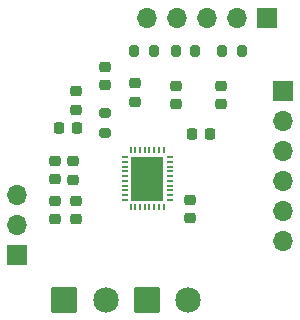
<source format=gbr>
%TF.GenerationSoftware,KiCad,Pcbnew,8.0.6-8.0.6-0~ubuntu24.04.1*%
%TF.CreationDate,2024-12-07T14:27:23-08:00*%
%TF.ProjectId,reaction_wheel,72656163-7469-46f6-9e5f-776865656c2e,v1a*%
%TF.SameCoordinates,Original*%
%TF.FileFunction,Soldermask,Top*%
%TF.FilePolarity,Negative*%
%FSLAX46Y46*%
G04 Gerber Fmt 4.6, Leading zero omitted, Abs format (unit mm)*
G04 Created by KiCad (PCBNEW 8.0.6-8.0.6-0~ubuntu24.04.1) date 2024-12-07 14:27:23*
%MOMM*%
%LPD*%
G01*
G04 APERTURE LIST*
G04 Aperture macros list*
%AMRoundRect*
0 Rectangle with rounded corners*
0 $1 Rounding radius*
0 $2 $3 $4 $5 $6 $7 $8 $9 X,Y pos of 4 corners*
0 Add a 4 corners polygon primitive as box body*
4,1,4,$2,$3,$4,$5,$6,$7,$8,$9,$2,$3,0*
0 Add four circle primitives for the rounded corners*
1,1,$1+$1,$2,$3*
1,1,$1+$1,$4,$5*
1,1,$1+$1,$6,$7*
1,1,$1+$1,$8,$9*
0 Add four rect primitives between the rounded corners*
20,1,$1+$1,$2,$3,$4,$5,0*
20,1,$1+$1,$4,$5,$6,$7,0*
20,1,$1+$1,$6,$7,$8,$9,0*
20,1,$1+$1,$8,$9,$2,$3,0*%
G04 Aperture macros list end*
%ADD10RoundRect,0.225000X-0.250000X0.225000X-0.250000X-0.225000X0.250000X-0.225000X0.250000X0.225000X0*%
%ADD11R,1.700000X1.700000*%
%ADD12O,1.700000X1.700000*%
%ADD13O,0.600000X0.200000*%
%ADD14O,0.200000X0.600000*%
%ADD15C,0.337500*%
%ADD16R,2.700000X3.700000*%
%ADD17RoundRect,0.225000X0.225000X0.250000X-0.225000X0.250000X-0.225000X-0.250000X0.225000X-0.250000X0*%
%ADD18RoundRect,0.200000X0.200000X0.275000X-0.200000X0.275000X-0.200000X-0.275000X0.200000X-0.275000X0*%
%ADD19RoundRect,0.063500X-1.016000X-1.016000X1.016000X-1.016000X1.016000X1.016000X-1.016000X1.016000X0*%
%ADD20C,2.159000*%
%ADD21RoundRect,0.225000X0.250000X-0.225000X0.250000X0.225000X-0.250000X0.225000X-0.250000X-0.225000X0*%
%ADD22RoundRect,0.200000X-0.275000X0.200000X-0.275000X-0.200000X0.275000X-0.200000X0.275000X0.200000X0*%
%ADD23RoundRect,0.225000X-0.225000X-0.250000X0.225000X-0.250000X0.225000X0.250000X-0.225000X0.250000X0*%
G04 APERTURE END LIST*
D10*
%TO.C,C3*%
X142697500Y-70522500D03*
X142697500Y-72072500D03*
%TD*%
D11*
%TO.C,J1*%
X147962500Y-70942500D03*
D12*
X147962500Y-73482500D03*
X147962500Y-76022500D03*
X147962500Y-78562500D03*
X147962500Y-81102500D03*
X147962500Y-83642500D03*
%TD*%
D13*
%TO.C,U1*%
X134562500Y-76562500D03*
X134562500Y-76962500D03*
X134562500Y-77362500D03*
X134562500Y-77762500D03*
X134562500Y-78162500D03*
X134562500Y-78562500D03*
X134562500Y-78962500D03*
X134562500Y-79362500D03*
X134562500Y-79762500D03*
X134562500Y-80162500D03*
D14*
X135062500Y-80762500D03*
X135462500Y-80762500D03*
X135862500Y-80762500D03*
X136262500Y-80762500D03*
X136662500Y-80762500D03*
X137062500Y-80762500D03*
X137462500Y-80762500D03*
X137862500Y-80762500D03*
D13*
X138362500Y-80162500D03*
X138362500Y-79762500D03*
X138362500Y-79362500D03*
X138362500Y-78962500D03*
X138362500Y-78562500D03*
X138362500Y-78162500D03*
X138362500Y-77762500D03*
X138362500Y-77362500D03*
X138362500Y-76962500D03*
X138362500Y-76562500D03*
D14*
X137862500Y-75962500D03*
X137462500Y-75962500D03*
X137062500Y-75962500D03*
X136662500Y-75962500D03*
X136262500Y-75962500D03*
X135862500Y-75962500D03*
X135462500Y-75962500D03*
X135062500Y-75962500D03*
D15*
X135787500Y-77437500D03*
X135787500Y-78362500D03*
X135787500Y-79287500D03*
X136462500Y-77437500D03*
X136462500Y-78362500D03*
D16*
X136462500Y-78362500D03*
D15*
X136462500Y-79287500D03*
X137137500Y-77437500D03*
X137137500Y-78362500D03*
X137137500Y-79287500D03*
%TD*%
D10*
%TO.C,C2*%
X135462500Y-70287500D03*
X135462500Y-71837500D03*
%TD*%
D17*
%TO.C,C9*%
X141812500Y-74562500D03*
X140262500Y-74562500D03*
%TD*%
D11*
%TO.C,J4*%
X125462500Y-84822500D03*
D12*
X125462500Y-82282500D03*
X125462500Y-79742500D03*
%TD*%
D10*
%TO.C,C4*%
X130462500Y-70987500D03*
X130462500Y-72537500D03*
%TD*%
%TO.C,C8*%
X132862500Y-68887500D03*
X132862500Y-70437500D03*
%TD*%
%TO.C,C10*%
X128662500Y-76887500D03*
X128662500Y-78437500D03*
%TD*%
D18*
%TO.C,R4*%
X137037500Y-67562500D03*
X135387500Y-67562500D03*
%TD*%
D11*
%TO.C,J2*%
X146652500Y-64762500D03*
D12*
X144112500Y-64762500D03*
X141572500Y-64762500D03*
X139032500Y-64762500D03*
X136492500Y-64762500D03*
%TD*%
D19*
%TO.C,J3*%
X136462500Y-88612500D03*
D20*
X139962500Y-88612500D03*
%TD*%
D10*
%TO.C,C7*%
X140062500Y-80187500D03*
X140062500Y-81737500D03*
%TD*%
D19*
%TO.C,J5*%
X129462500Y-88612500D03*
D20*
X132962500Y-88612500D03*
%TD*%
D21*
%TO.C,C12*%
X130462500Y-81812500D03*
X130462500Y-80262500D03*
%TD*%
D22*
%TO.C,R5*%
X132862500Y-72837500D03*
X132862500Y-74487500D03*
%TD*%
D10*
%TO.C,C11*%
X130212500Y-76912500D03*
X130212500Y-78462500D03*
%TD*%
D18*
%TO.C,R1*%
X140522500Y-67562500D03*
X138872500Y-67562500D03*
%TD*%
D21*
%TO.C,C6*%
X128662500Y-81812500D03*
X128662500Y-80262500D03*
%TD*%
D10*
%TO.C,C1*%
X138922500Y-70522500D03*
X138922500Y-72072500D03*
%TD*%
D23*
%TO.C,C5*%
X128987500Y-74062500D03*
X130537500Y-74062500D03*
%TD*%
D18*
%TO.C,R2*%
X144462500Y-67562500D03*
X142812500Y-67562500D03*
%TD*%
M02*

</source>
